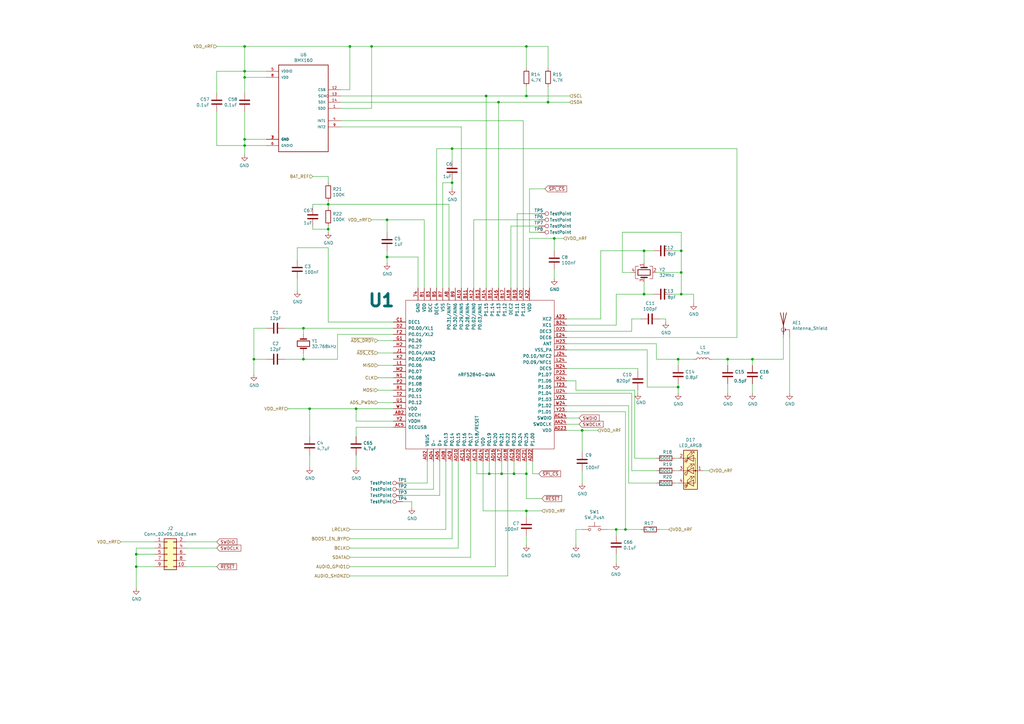
<source format=kicad_sch>
(kicad_sch (version 20250114) (generator "eeschema") (generator_version "9.0")
  (paper "A3")
  (title_block (title "Host") (date "2020-08-10") (company "Kallows") (comment 3 "Anish Pednekar") (comment 4 "Author"))
  (lib_symbols
    (symbol "BMX160_1" (pin_names (offset 1.016))
      (property "Reference" "U" (at -10.16 18.542 0))
      (property "Value" "BMX160" (at -10.16 -20.32 0))
      (symbol "BMX160_1_0_0"
        (pin input line (at -15.24 7.62 0) (length 5.08) (name "CSB") (number "12"))
        (pin input clock (at -15.24 5.08 0) (length 5.08) (name "SCX") (number "13"))
        (pin bidirectional line (at -15.24 2.54 0) (length 5.08) (name "SDX") (number "14"))
        (pin bidirectional line (at -15.24 0 0) (length 5.08) (name "SDO") (number "1"))
        (pin bidirectional line (at -15.24 -5.08 0) (length 5.08) (name "INT1") (number "4"))
        (pin bidirectional line (at -15.24 -7.62 0) (length 5.08) (name "INT2") (number "9"))
        (pin power_in line (at 15.24 15.24 180) (length 5.08) (name "VDDIO") (number "5"))
        (pin power_in line (at 15.24 12.7 180) (length 5.08) (name "VDD") (number "8"))
        (pin power_in line (at 15.24 -12.7 180) (length 5.08) (name "GND") (number "2"))
        (pin power_in line (at 15.24 -12.7 180) (length 5.08) (name "GND") (number "3"))
        (pin power_in line (at 15.24 -12.7 180) (length 5.08) (name "GND") (number "7"))
        (pin power_in line (at 15.24 -15.24 180) (length 5.08) (name "GNDIO") (number "6"))
      )
    )
    (symbol "Connector:TestPoint" (pin_numbers (hide yes)) (pin_names (offset 0.762) (hide yes))
      (property "Reference" "TP" (at 0 6.858 0))
      (property "Value" "Connector_TestPoint" (at 0 5.08 0))
      (symbol "TestPoint_1_1"
        (pin passive line (at 0 0 90) (length 2.54) (name "1") (number "1"))
      )
    )
    (symbol "Connector_Generic:Conn_02x05_Odd_Even" (pin_names (offset 1.016) (hide yes))
      (property "Reference" "J" (at 1.27 7.62 0))
      (property "Value" "Connector_Generic_Conn_02x05_Odd_Even" (at 1.27 -7.62 0))
      (symbol "Conn_02x05_Odd_Even_1_1"
        (pin passive line (at -5.08 5.08 0) (length 3.81) (name "Pin_1") (number "1"))
        (pin passive line (at -5.08 2.54 0) (length 3.81) (name "Pin_3") (number "3"))
        (pin passive line (at -5.08 0 0) (length 3.81) (name "Pin_5") (number "5"))
        (pin passive line (at -5.08 -2.54 0) (length 3.81) (name "Pin_7") (number "7"))
        (pin passive line (at -5.08 -5.08 0) (length 3.81) (name "Pin_9") (number "9"))
        (pin passive line (at 7.62 5.08 180) (length 3.81) (name "Pin_2") (number "2"))
        (pin passive line (at 7.62 2.54 180) (length 3.81) (name "Pin_4") (number "4"))
        (pin passive line (at 7.62 0 180) (length 3.81) (name "Pin_6") (number "6"))
        (pin passive line (at 7.62 -2.54 180) (length 3.81) (name "Pin_8") (number "8"))
        (pin passive line (at 7.62 -5.08 180) (length 3.81) (name "Pin_10") (number "10"))
      )
    )
    (symbol "Device:Antenna_Shield" (pin_numbers (hide yes)) (pin_names (offset 1.016) (hide yes))
      (property "Reference" "AE" (at -1.905 4.445 0))
      (property "Value" "Device_Antenna_Shield" (at -1.905 2.54 0))
      (symbol "Antenna_Shield_1_1"
        (pin input line (at 0 -5.08 90) (length 2.54) (name "A") (number "1"))
        (pin input line (at 2.54 -5.08 90) (length 2.54) (name "Shield") (number "2"))
      )
    )
    (symbol "Device:C" (pin_numbers (hide yes)) (pin_names (offset 0.254))
      (property "Reference" "C" (at 0.635 2.54 0))
      (property "Value" "Device_C" (at 0.635 -2.54 0))
      (symbol "C_1_1"
        (pin passive line (at 0 3.81 270) (length 2.794) (name "~") (number "1"))
        (pin passive line (at 0 -3.81 90) (length 2.794) (name "~") (number "2"))
      )
    )
    (symbol "Device:Crystal" (pin_numbers (hide yes)) (pin_names (offset 1.016) (hide yes))
      (property "Reference" "Y" (at 0 3.81 0))
      (property "Value" "Device_Crystal" (at 0 -3.81 0))
      (symbol "Crystal_1_1"
        (pin passive line (at -3.81 0 0) (length 1.27) (name "1") (number "1"))
        (pin passive line (at 3.81 0 180) (length 1.27) (name "2") (number "2"))
      )
    )
    (symbol "Device:Crystal_GND24" (pin_names (offset 1.016) (hide yes))
      (property "Reference" "Y" (at 3.175 5.08 0))
      (property "Value" "Device_Crystal_GND24" (at 3.175 3.175 0))
      (symbol "Crystal_GND24_1_1"
        (pin passive line (at -3.81 0 0) (length 1.27) (name "1") (number "1"))
        (pin passive line (at 0 5.08 270) (length 1.27) (name "2") (number "2"))
        (pin passive line (at 0 -5.08 90) (length 1.27) (name "4") (number "4"))
        (pin passive line (at 3.81 0 180) (length 1.27) (name "3") (number "3"))
      )
    )
    (symbol "Device:L" (pin_numbers (hide yes)) (pin_names (offset 1.016) (hide yes))
      (property "Reference" "L" (at -1.27 0 90))
      (property "Value" "Device_L" (at 1.905 0 90))
      (symbol "L_1_1"
        (pin passive line (at 0 3.81 270) (length 1.27) (name "1") (number "1"))
        (pin passive line (at 0 -3.81 90) (length 1.27) (name "2") (number "2"))
      )
    )
    (symbol "Device:LED_ARGB" (pin_names (offset 0) (hide yes))
      (property "Reference" "D" (at 0 9.398 0))
      (property "Value" "Device_LED_ARGB" (at 0 -8.89 0))
      (symbol "LED_ARGB_0_0"
        (text "R" (at -1.905 3.81 0) (effects (font (size 1.27 1.27))))
        (text "G" (at -1.905 -1.27 0) (effects (font (size 1.27 1.27))))
        (text "B" (at -1.905 -6.35 0) (effects (font (size 1.27 1.27))))
      )
      (symbol "LED_ARGB_1_1"
        (pin passive line (at -5.08 5.08 0) (length 2.54) (name "RK") (number "2"))
        (pin passive line (at -5.08 0 0) (length 2.54) (name "GK") (number "3"))
        (pin passive line (at -5.08 -5.08 0) (length 2.54) (name "BK") (number "4"))
        (pin passive line (at 5.08 0 180) (length 2.54) (name "A") (number "1"))
      )
    )
    (symbol "Device:R" (pin_numbers (hide yes)) (pin_names (offset 0))
      (property "Reference" "R" (at 2.032 0 90))
      (property "Value" "Device_R" (at 0 0 90))
      (symbol "R_1_1"
        (pin passive line (at 0 3.81 270) (length 1.27) (name "~") (number "1"))
        (pin passive line (at 0 -3.81 90) (length 1.27) (name "~") (number "2"))
      )
    )
    (symbol "Switch:SW_Push" (pin_numbers (hide yes)) (pin_names (offset 1.016) (hide yes))
      (property "Reference" "SW" (at 1.27 2.54 0))
      (property "Value" "Switch_SW_Push" (at 0 -1.524 0))
      (symbol "SW_Push_0_1"
        (pin passive line (at -5.08 0 0) (length 2.54) (name "1") (number "1"))
        (pin passive line (at 5.08 0 180) (length 2.54) (name "2") (number "2"))
      )
    )
    (symbol "mobmon_fold:BMX160" (pin_names (offset 1.016))
      (property "Reference" "U" (at -10.16 18.542 0))
      (property "Value" "BMX160" (at -10.16 -20.32 0))
      (symbol "BMX160_0_0"
        (pin input line (at -15.24 7.62 0) (length 5.08) (name "CSB") (number "12"))
        (pin input clock (at -15.24 5.08 0) (length 5.08) (name "SCX") (number "13"))
        (pin bidirectional line (at -15.24 2.54 0) (length 5.08) (name "SDX") (number "14"))
        (pin bidirectional line (at -15.24 0 0) (length 5.08) (name "SDO") (number "1"))
        (pin bidirectional line (at -15.24 -5.08 0) (length 5.08) (name "INT1") (number "4"))
        (pin bidirectional line (at -15.24 -7.62 0) (length 5.08) (name "INT2") (number "9"))
        (pin power_in line (at 15.24 15.24 180) (length 5.08) (name "VDDIO") (number "5"))
        (pin power_in line (at 15.24 12.7 180) (length 5.08) (name "VDD") (number "8"))
        (pin power_in line (at 15.24 -12.7 180) (length 5.08) (name "GND") (number "2"))
        (pin power_in line (at 15.24 -12.7 180) (length 5.08) (name "GND") (number "3"))
        (pin power_in line (at 15.24 -12.7 180) (length 5.08) (name "GND") (number "7"))
        (pin power_in line (at 15.24 -15.24 180) (length 5.08) (name "GNDIO") (number "6"))
      )
    )
    (symbol "mobmon_fold:nRF52840-QIAA" (pin_names (offset 1.016))
      (property "Reference" "U" (at -36.83 38.1 0))
      (property "Value" "nRF52840-QIAA" (at 0 0 0))
      (symbol "nRF52840-QIAA_1_1"
        (pin input line (at -35.56 21.59 0) (length 5.08) (name "DEC1") (number "C1"))
        (pin input line (at -35.56 19.05 0) (length 5.08) (name "P0.00/XL1") (number "D2"))
        (pin input line (at -35.56 16.51 0) (length 5.08) (name "P0.01/XL2") (number "F2"))
        (pin input line (at -35.56 13.97 0) (length 5.08) (name "P0.26") (number "G1"))
        (pin input line (at -35.56 11.43 0) (length 5.08) (name "P0.27") (number "H2"))
        (pin input line (at -35.56 8.89 0) (length 5.08) (name "P0.04/AIN2") (number "J1"))
        (pin input line (at -35.56 6.35 0) (length 5.08) (name "P0.05/AIN3") (number "K2"))
        (pin input line (at -35.56 3.81 0) (length 5.08) (name "P0.06") (number "L1"))
        (pin input line (at -35.56 1.27 0) (length 5.08) (name "P0.07") (number "M2"))
        (pin input line (at -35.56 -1.27 0) (length 5.08) (name "P0.08") (number "N1"))
        (pin input line (at -35.56 -3.81 0) (length 5.08) (name "P1.08") (number "P2"))
        (pin input line (at -35.56 -6.35 0) (length 5.08) (name "P1.09") (number "R1"))
        (pin input line (at -35.56 -8.89 0) (length 5.08) (name "P0.11") (number "T2"))
        (pin input line (at -35.56 -11.43 0) (length 5.08) (name "P0.12") (number "U1"))
        (pin input line (at -35.56 -13.97 0) (length 5.08) (name "VDD") (number "W1"))
        (pin input line (at -35.56 -16.51 0) (length 5.08) (name "DCCH") (number "AB2"))
        (pin input line (at -35.56 -19.05 0) (length 5.08) (name "VDDH") (number "Y2"))
        (pin input line (at -35.56 -21.59 0) (length 5.08) (name "DECUSB") (number "AC5"))
        (pin input line (at -25.4 35.56 270) (length 5.08) (name "GND") (number "74"))
        (pin input line (at -22.86 35.56 270) (length 5.08) (name "VDD") (number "B1"))
        (pin input line (at -21.59 -35.56 90) (length 5.08) (name "VBUS") (number "AD2"))
        (pin input line (at -20.32 35.56 270) (length 5.08) (name "DCC") (number "B3"))
        (pin input line (at -19.05 -35.56 90) (length 5.08) (name "D-") (number "AD4"))
        (pin input line (at -17.78 35.56 270) (length 5.08) (name "DEC4") (number "B5"))
        (pin input line (at -16.51 -35.56 90) (length 5.08) (name "D+") (number "AD6"))
        (pin input line (at -15.24 35.56 270) (length 5.08) (name "VSS") (number "B7"))
        (pin input line (at -13.97 -35.56 90) (length 5.08) (name "P0.13") (number "AD8"))
        (pin input line (at -12.7 35.56 270) (length 5.08) (name "P0.31/AIN7") (number "A8"))
        (pin input line (at -11.43 -35.56 90) (length 5.08) (name "P0.14") (number "AC9"))
        (pin input line (at -10.16 35.56 270) (length 5.08) (name "P0.30/AIN6") (number "B9"))
        (pin input line (at -8.89 -35.56 90) (length 5.08) (name "P0.15") (number "AD10"))
        (pin input line (at -7.62 35.56 270) (length 5.08) (name "P0.29/AIN5") (number "A10"))
        (pin input line (at -6.35 -35.56 90) (length 5.08) (name "P0.16") (number "AC11"))
        (pin input line (at -5.08 35.56 270) (length 5.08) (name "P0.28/AIN4") (number "B11"))
        (pin input line (at -3.81 -35.56 90) (length 5.08) (name "P0.17") (number "AD12"))
        (pin input line (at -2.54 35.56 270) (length 5.08) (name "P0.02/AIN0") (number "A12"))
        (pin input line (at -1.27 -35.56 90) (length 5.08) (name "P0.18/RESET") (number "AC13"))
        (pin input line (at 0 35.56 270) (length 5.08) (name "P0.03/AIN1") (number "B13"))
        (pin input line (at 1.27 -35.56 90) (length 5.08) (name "VDD") (number "AD14"))
        (pin input line (at 2.54 35.56 270) (length 5.08) (name "P1.15") (number "A14"))
        (pin input line (at 3.81 -35.56 90) (length 5.08) (name "P0.19") (number "AC15"))
        (pin input line (at 5.08 35.56 270) (length 5.08) (name "P1.14") (number "B15"))
        (pin input line (at 6.35 -35.56 90) (length 5.08) (name "P0.20") (number "AD16"))
        (pin input line (at 7.62 35.56 270) (length 5.08) (name "P1.13") (number "A16"))
        (pin input line (at 8.89 -35.56 90) (length 5.08) (name "P0.21") (number "AC17"))
        (pin input line (at 10.16 35.56 270) (length 5.08) (name "P1.12") (number "B17"))
        (pin input line (at 11.43 -35.56 90) (length 5.08) (name "P0.22") (number "AD18"))
        (pin input line (at 12.7 35.56 270) (length 5.08) (name "DEC2") (number "A18"))
        (pin input line (at 13.97 -35.56 90) (length 5.08) (name "P0.23") (number "AC19"))
        (pin input line (at 15.24 35.56 270) (length 5.08) (name "P1.11") (number "B19"))
        (pin input line (at 16.51 -35.56 90) (length 5.08) (name "P0.24") (number "AD20"))
        (pin input line (at 17.78 35.56 270) (length 5.08) (name "P1.10") (number "A20"))
        (pin input line (at 19.05 -35.56 90) (length 5.08) (name "P0.25") (number "AC21"))
        (pin input line (at 20.32 35.56 270) (length 5.08) (name "VDD") (number "A22"))
        (pin input line (at 21.59 -35.56 90) (length 5.08) (name "P1.00") (number "AD22"))
        (pin input line (at 35.56 22.86 180) (length 5.08) (name "XC2") (number "A23"))
        (pin input line (at 35.56 20.32 180) (length 5.08) (name "XC1") (number "B24"))
        (pin input line (at 35.56 17.78 180) (length 5.08) (name "DEC3") (number "D23"))
        (pin input line (at 35.56 15.24 180) (length 5.08) (name "DEC6") (number "E24"))
        (pin input line (at 35.56 12.7 180) (length 5.08) (name "ANT") (number "H23"))
        (pin input line (at 35.56 10.16 180) (length 5.08) (name "VSS_PA") (number "F23"))
        (pin input line (at 35.56 7.62 180) (length 5.08) (name "P0.10/NFC2") (number "J24"))
        (pin input line (at 35.56 5.08 180) (length 5.08) (name "P0.09/NFC1") (number "L24"))
        (pin input line (at 35.56 2.54 180) (length 5.08) (name "DEC5") (number "N24"))
        (pin input line (at 35.56 0 180) (length 5.08) (name "P1.07") (number "P23"))
        (pin input line (at 35.56 -2.54 180) (length 5.08) (name "P1.06") (number "R24"))
        (pin input line (at 35.56 -5.08 180) (length 5.08) (name "P1.05") (number "T23"))
        (pin input line (at 35.56 -7.62 180) (length 5.08) (name "P1.04") (number "U24"))
        (pin input line (at 35.56 -10.16 180) (length 5.08) (name "P1.03") (number "V23"))
        (pin input line (at 35.56 -12.7 180) (length 5.08) (name "P1.02") (number "W24"))
        (pin input line (at 35.56 -15.24 180) (length 5.08) (name "P1.01") (number "Y23"))
        (pin input line (at 35.56 -17.78 180) (length 5.08) (name "SWDIO") (number "AC24"))
        (pin input line (at 35.56 -20.32 180) (length 5.08) (name "SWDCLK") (number "AA24"))
        (pin input line (at 35.56 -22.86 180) (length 5.08) (name "VDD") (number "AD23"))
      )
    )
    (symbol "power:GND" (power) (pin_names (offset 0))
      (property "Value" "power_GND" (at 0 -3.81 0))
      (symbol "GND_1_1"
        (pin power_in line (at 0 0 270) (length 0) (hide yes) (name "GND") (number "1"))
      )
    )
  )
  (junction (at 158.75 105.41))
  (junction (at 264.16 120.65))
  (junction (at 124.46 134.62))
  (junction (at 205.74 194.31))
  (junction (at 143.51 19.05))
  (junction (at 264.16 102.87))
  (junction (at 252.73 217.17))
  (junction (at 278.13 158.75))
  (junction (at 279.4 111.76))
  (junction (at 215.9 194.31))
  (junction (at 227.33 97.79))
  (junction (at 238.76 176.53))
  (junction (at 279.4 102.87))
  (junction (at 185.42 60.96))
  (junction (at 100.33 57.15))
  (junction (at 127 167.64))
  (junction (at 134.62 93.98))
  (junction (at 298.45 147.32))
  (junction (at 146.05 167.64))
  (junction (at 199.39 39.37))
  (junction (at 215.9 209.55))
  (junction (at 256.54 217.17))
  (junction (at 152.4 19.05))
  (junction (at 100.33 59.69))
  (junction (at 55.88 227.33))
  (junction (at 100.33 29.21))
  (junction (at 100.33 31.75))
  (junction (at 204.47 41.91))
  (junction (at 124.46 147.32))
  (junction (at 100.33 19.05))
  (junction (at 210.82 194.31))
  (junction (at 279.4 120.65))
  (junction (at 308.61 147.32))
  (junction (at 200.66 194.31))
  (junction (at 215.9 19.05))
  (junction (at 278.13 147.32))
  (junction (at 185.42 74.93))
  (junction (at 158.75 90.17))
  (junction (at 55.88 232.41))
  (junction (at 104.14 147.32))
  (junction (at 134.62 83.82))
  (junction (at 224.79 41.91))
  (junction (at 215.9 39.37))
  (wire (pts (xy 264.16 107.95) (xy 264.16 102.87)))
  (wire (pts (xy 161.29 172.72) (xy 146.05 172.72)))
  (wire (pts (xy 173.99 118.11) (xy 173.99 90.17)))
  (wire (pts (xy 261.62 152.4) (xy 261.62 151.13)))
  (wire (pts (xy 100.33 29.21) (xy 88.9 29.21)))
  (wire (pts (xy 209.55 118.11) (xy 209.55 92.71)))
  (wire (pts (xy 298.45 147.32) (xy 308.61 147.32)))
  (wire (pts (xy 104.14 147.32) (xy 104.14 134.62)))
  (wire (pts (xy 292.1 147.32) (xy 298.45 147.32)))
  (wire (pts (xy 168.91 208.28) (xy 168.91 205.74)))
  (wire (pts (xy 100.33 31.75) (xy 100.33 38.1)))
  (wire (pts (xy 161.29 167.64) (xy 146.05 167.64)))
  (wire (pts (xy 152.4 19.05) (xy 215.9 19.05)))
  (wire (pts (xy 193.04 189.23) (xy 193.04 228.6)))
  (wire (pts (xy 100.33 57.15) (xy 100.33 45.72)))
  (wire (pts (xy 127 167.64) (xy 118.11 167.64)))
  (wire (pts (xy 233.68 39.37) (xy 215.9 39.37)))
  (wire (pts (xy 138.43 147.32) (xy 124.46 147.32)))
  (wire (pts (xy 143.51 19.05) (xy 152.4 19.05)))
  (wire (pts (xy 134.62 72.39) (xy 134.62 74.93)))
  (wire (pts (xy 198.12 189.23) (xy 198.12 209.55)))
  (wire (pts (xy 220.98 95.25) (xy 217.17 95.25)))
  (wire (pts (xy 260.35 160.02) (xy 260.35 187.96)))
  (wire (pts (xy 232.41 151.13) (xy 261.62 151.13)))
  (wire (pts (xy 184.15 83.82) (xy 134.62 83.82)))
  (wire (pts (xy 232.41 138.43) (xy 302.26 138.43)))
  (wire (pts (xy 138.43 137.16) (xy 138.43 147.32)))
  (wire (pts (xy 194.31 90.17) (xy 220.98 90.17)))
  (wire (pts (xy 278.13 193.04) (xy 276.86 193.04)))
  (wire (pts (xy 269.24 140.97) (xy 269.24 147.32)))
  (wire (pts (xy 232.41 143.51) (xy 265.43 143.51)))
  (wire (pts (xy 88.9 59.69) (xy 88.9 45.72)))
  (wire (pts (xy 215.9 209.55) (xy 222.25 209.55)))
  (wire (pts (xy 232.41 140.97) (xy 269.24 140.97)))
  (wire (pts (xy 158.75 90.17) (xy 152.4 90.17)))
  (wire (pts (xy 124.46 137.16) (xy 124.46 134.62)))
  (wire (pts (xy 252.73 133.35) (xy 252.73 120.65)))
  (wire (pts (xy 276.86 187.96) (xy 278.13 187.96)))
  (wire (pts (xy 205.74 189.23) (xy 205.74 194.31)))
  (wire (pts (xy 227.33 97.79) (xy 231.14 97.79)))
  (wire (pts (xy 189.23 52.07) (xy 189.23 118.11)))
  (wire (pts (xy 278.13 149.86) (xy 278.13 147.32)))
  (wire (pts (xy 237.49 171.45) (xy 232.41 171.45)))
  (wire (pts (xy 270.51 130.81) (xy 273.05 130.81)))
  (wire (pts (xy 139.7 39.37) (xy 199.39 39.37)))
  (wire (pts (xy 179.07 60.96) (xy 185.42 60.96)))
  (wire (pts (xy 181.61 74.93) (xy 185.42 74.93)))
  (wire (pts (xy 177.8 200.66) (xy 177.8 189.23)))
  (wire (pts (xy 220.98 87.63) (xy 212.09 87.63)))
  (wire (pts (xy 134.62 132.08) (xy 134.62 101.6)))
  (wire (pts (xy 109.22 147.32) (xy 104.14 147.32)))
  (wire (pts (xy 257.81 198.12) (xy 269.24 198.12)))
  (wire (pts (xy 224.79 41.91) (xy 233.68 41.91)))
  (wire (pts (xy 210.82 194.31) (xy 205.74 194.31)))
  (wire (pts (xy 200.66 189.23) (xy 200.66 194.31)))
  (wire (pts (xy 256.54 217.17) (xy 252.73 217.17)))
  (wire (pts (xy 128.27 85.09) (xy 128.27 83.82)))
  (wire (pts (xy 279.4 120.65) (xy 275.59 120.65)))
  (wire (pts (xy 134.62 93.98) (xy 134.62 95.25)))
  (wire (pts (xy 127 167.64) (xy 127 179.07)))
  (wire (pts (xy 154.94 149.86) (xy 161.29 149.86)))
  (wire (pts (xy 127 186.69) (xy 127 191.77)))
  (wire (pts (xy 124.46 134.62) (xy 116.84 134.62)))
  (wire (pts (xy 218.44 194.31) (xy 220.98 194.31)))
  (wire (pts (xy 199.39 39.37) (xy 199.39 118.11)))
  (wire (pts (xy 215.9 223.52) (xy 215.9 219.71)))
  (wire (pts (xy 195.58 194.31) (xy 195.58 189.23)))
  (wire (pts (xy 55.88 232.41) (xy 55.88 241.3)))
  (wire (pts (xy 55.88 224.79) (xy 55.88 227.33)))
  (wire (pts (xy 143.51 232.41) (xy 203.2 232.41)))
  (wire (pts (xy 214.63 49.53) (xy 214.63 118.11)))
  (wire (pts (xy 308.61 147.32) (xy 308.61 149.86)))
  (wire (pts (xy 49.53 222.25) (xy 63.5 222.25)))
  (wire (pts (xy 270.51 217.17) (xy 274.32 217.17)))
  (wire (pts (xy 232.41 133.35) (xy 252.73 133.35)))
  (wire (pts (xy 88.9 224.79) (xy 76.2 224.79)))
  (wire (pts (xy 128.27 93.98) (xy 128.27 92.71)))
  (wire (pts (xy 187.96 224.79) (xy 187.96 189.23)))
  (wire (pts (xy 185.42 73.66) (xy 185.42 74.93)))
  (wire (pts (xy 158.75 105.41) (xy 158.75 102.87)))
  (wire (pts (xy 252.73 217.17) (xy 248.92 217.17)))
  (wire (pts (xy 208.28 189.23) (xy 208.28 236.22)))
  (wire (pts (xy 158.75 107.95) (xy 158.75 105.41)))
  (wire (pts (xy 279.4 95.25) (xy 279.4 102.87)))
  (wire (pts (xy 198.12 209.55) (xy 215.9 209.55)))
  (wire (pts (xy 185.42 220.98) (xy 185.42 189.23)))
  (wire (pts (xy 134.62 93.98) (xy 128.27 93.98)))
  (wire (pts (xy 63.5 232.41) (xy 55.88 232.41)))
  (wire (pts (xy 204.47 41.91) (xy 224.79 41.91)))
  (wire (pts (xy 134.62 82.55) (xy 134.62 83.82)))
  (wire (pts (xy 218.44 189.23) (xy 218.44 194.31)))
  (wire (pts (xy 269.24 111.76) (xy 279.4 111.76)))
  (wire (pts (xy 279.4 102.87) (xy 279.4 111.76)))
  (wire (pts (xy 179.07 60.96) (xy 179.07 118.11)))
  (wire (pts (xy 224.79 35.56) (xy 224.79 41.91)))
  (wire (pts (xy 284.48 124.46) (xy 284.48 120.65)))
  (wire (pts (xy 210.82 189.23) (xy 210.82 194.31)))
  (wire (pts (xy 245.11 176.53) (xy 238.76 176.53)))
  (wire (pts (xy 255.27 111.76) (xy 255.27 95.25)))
  (wire (pts (xy 100.33 59.69) (xy 88.9 59.69)))
  (wire (pts (xy 173.99 90.17) (xy 158.75 90.17)))
  (wire (pts (xy 124.46 147.32) (xy 124.46 144.78)))
  (wire (pts (xy 217.17 97.79) (xy 217.17 118.11)))
  (wire (pts (xy 171.45 105.41) (xy 158.75 105.41)))
  (wire (pts (xy 146.05 191.77) (xy 146.05 186.69)))
  (wire (pts (xy 185.42 60.96) (xy 302.26 60.96)))
  (wire (pts (xy 116.84 147.32) (xy 124.46 147.32)))
  (wire (pts (xy 236.22 217.17) (xy 238.76 217.17)))
  (wire (pts (xy 278.13 158.75) (xy 278.13 157.48)))
  (wire (pts (xy 134.62 101.6) (xy 121.92 101.6)))
  (wire (pts (xy 302.26 138.43) (xy 302.26 60.96)))
  (wire (pts (xy 278.13 147.32) (xy 284.48 147.32)))
  (wire (pts (xy 203.2 189.23) (xy 203.2 232.41)))
  (wire (pts (xy 252.73 219.71) (xy 252.73 217.17)))
  (wire (pts (xy 109.22 57.15) (xy 100.33 57.15)))
  (wire (pts (xy 238.76 176.53) (xy 238.76 185.42)))
  (wire (pts (xy 236.22 160.02) (xy 260.35 160.02)))
  (wire (pts (xy 215.9 19.05) (xy 224.79 19.05)))
  (wire (pts (xy 288.29 193.04) (xy 290.83 193.04)))
  (wire (pts (xy 146.05 179.07) (xy 146.05 175.26)))
  (wire (pts (xy 259.08 111.76) (xy 255.27 111.76)))
  (wire (pts (xy 246.38 130.81) (xy 246.38 102.87)))
  (wire (pts (xy 215.9 189.23) (xy 215.9 194.31)))
  (wire (pts (xy 100.33 31.75) (xy 100.33 29.21)))
  (wire (pts (xy 63.5 227.33) (xy 55.88 227.33)))
  (wire (pts (xy 257.81 166.37) (xy 232.41 166.37)))
  (wire (pts (xy 143.51 217.17) (xy 182.88 217.17)))
  (wire (pts (xy 232.41 161.29) (xy 259.08 161.29)))
  (wire (pts (xy 146.05 175.26) (xy 161.29 175.26)))
  (wire (pts (xy 146.05 167.64) (xy 127 167.64)))
  (wire (pts (xy 165.1 198.12) (xy 175.26 198.12)))
  (wire (pts (xy 215.9 212.09) (xy 215.9 209.55)))
  (wire (pts (xy 209.55 92.71) (xy 220.98 92.71)))
  (wire (pts (xy 109.22 59.69) (xy 100.33 59.69)))
  (wire (pts (xy 273.05 130.81) (xy 273.05 132.08)))
  (wire (pts (xy 232.41 168.91) (xy 256.54 168.91)))
  (wire (pts (xy 139.7 36.83) (xy 143.51 36.83)))
  (wire (pts (xy 143.51 220.98) (xy 185.42 220.98)))
  (wire (pts (xy 252.73 120.65) (xy 264.16 120.65)))
  (wire (pts (xy 88.9 19.05) (xy 100.33 19.05)))
  (wire (pts (xy 161.29 165.1) (xy 154.94 165.1)))
  (wire (pts (xy 171.45 118.11) (xy 171.45 105.41)))
  (wire (pts (xy 261.62 161.29) (xy 261.62 160.02)))
  (wire (pts (xy 88.9 29.21) (xy 88.9 38.1)))
  (wire (pts (xy 323.85 161.29) (xy 323.85 138.43)))
  (wire (pts (xy 63.5 224.79) (xy 55.88 224.79)))
  (wire (pts (xy 269.24 147.32) (xy 278.13 147.32)))
  (wire (pts (xy 100.33 57.15) (xy 100.33 59.69)))
  (wire (pts (xy 267.97 120.65) (xy 264.16 120.65)))
  (wire (pts (xy 276.86 198.12) (xy 278.13 198.12)))
  (wire (pts (xy 255.27 95.25) (xy 279.4 95.25)))
  (wire (pts (xy 180.34 203.2) (xy 180.34 189.23)))
  (wire (pts (xy 109.22 31.75) (xy 100.33 31.75)))
  (wire (pts (xy 154.94 139.7) (xy 161.29 139.7)))
  (wire (pts (xy 264.16 120.65) (xy 264.16 115.57)))
  (wire (pts (xy 143.51 236.22) (xy 208.28 236.22)))
  (wire (pts (xy 215.9 194.31) (xy 210.82 194.31)))
  (wire (pts (xy 259.08 161.29) (xy 259.08 193.04)))
  (wire (pts (xy 275.59 102.87) (xy 279.4 102.87)))
  (wire (pts (xy 194.31 118.11) (xy 194.31 90.17)))
  (wire (pts (xy 227.33 97.79) (xy 217.17 97.79)))
  (wire (pts (xy 215.9 204.47) (xy 215.9 194.31)))
  (wire (pts (xy 237.49 173.99) (xy 232.41 173.99)))
  (wire (pts (xy 100.33 19.05) (xy 100.33 29.21)))
  (wire (pts (xy 284.48 120.65) (xy 279.4 120.65)))
  (wire (pts (xy 308.61 147.32) (xy 321.31 147.32)))
  (wire (pts (xy 193.04 228.6) (xy 143.51 228.6)))
  (wire (pts (xy 236.22 156.21) (xy 236.22 160.02)))
  (wire (pts (xy 200.66 194.31) (xy 195.58 194.31)))
  (wire (pts (xy 104.14 134.62) (xy 109.22 134.62)))
  (wire (pts (xy 139.7 41.91) (xy 204.47 41.91)))
  (wire (pts (xy 217.17 95.25) (xy 217.17 77.47)))
  (wire (pts (xy 308.61 161.29) (xy 308.61 157.48)))
  (wire (pts (xy 298.45 147.32) (xy 298.45 149.86)))
  (wire (pts (xy 185.42 60.96) (xy 185.42 66.04)))
  (wire (pts (xy 259.08 130.81) (xy 262.89 130.81)))
  (wire (pts (xy 182.88 189.23) (xy 182.88 217.17)))
  (wire (pts (xy 55.88 227.33) (xy 55.88 232.41)))
  (wire (pts (xy 259.08 193.04) (xy 269.24 193.04)))
  (wire (pts (xy 161.29 134.62) (xy 124.46 134.62)))
  (wire (pts (xy 224.79 19.05) (xy 224.79 27.94)))
  (wire (pts (xy 298.45 161.29) (xy 298.45 157.48)))
  (wire (pts (xy 154.94 154.94) (xy 161.29 154.94)))
  (wire (pts (xy 217.17 77.47) (xy 223.52 77.47)))
  (wire (pts (xy 76.2 222.25) (xy 88.9 222.25)))
  (wire (pts (xy 265.43 143.51) (xy 265.43 158.75)))
  (wire (pts (xy 158.75 90.17) (xy 158.75 95.25)))
  (wire (pts (xy 232.41 156.21) (xy 236.22 156.21)))
  (wire (pts (xy 204.47 41.91) (xy 204.47 118.11)))
  (wire (pts (xy 257.81 166.37) (xy 257.81 198.12)))
  (wire (pts (xy 88.9 232.41) (xy 76.2 232.41)))
  (wire (pts (xy 128.27 72.39) (xy 134.62 72.39)))
  (wire (pts (xy 215.9 35.56) (xy 215.9 39.37)))
  (wire (pts (xy 321.31 147.32) (xy 321.31 138.43)))
  (wire (pts (xy 212.09 118.11) (xy 212.09 87.63)))
  (wire (pts (xy 134.62 83.82) (xy 134.62 85.09)))
  (wire (pts (xy 262.89 217.17) (xy 256.54 217.17)))
  (wire (pts (xy 215.9 19.05) (xy 215.9 27.94)))
  (wire (pts (xy 161.29 137.16) (xy 138.43 137.16)))
  (wire (pts (xy 121.92 114.3) (xy 121.92 119.38)))
  (wire (pts (xy 181.61 118.11) (xy 181.61 74.93)))
  (wire (pts (xy 154.94 144.78) (xy 161.29 144.78)))
  (wire (pts (xy 100.33 59.69) (xy 100.33 63.5)))
  (wire (pts (xy 256.54 168.91) (xy 256.54 217.17)))
  (wire (pts (xy 175.26 189.23) (xy 175.26 198.12)))
  (wire (pts (xy 252.73 231.14) (xy 252.73 227.33)))
  (wire (pts (xy 265.43 158.75) (xy 278.13 158.75)))
  (wire (pts (xy 143.51 36.83) (xy 143.51 19.05)))
  (wire (pts (xy 168.91 205.74) (xy 165.1 205.74)))
  (wire (pts (xy 222.25 204.47) (xy 215.9 204.47)))
  (wire (pts (xy 205.74 194.31) (xy 200.66 194.31)))
  (wire (pts (xy 121.92 101.6) (xy 121.92 106.68)))
  (wire (pts (xy 152.4 44.45) (xy 152.4 19.05)))
  (wire (pts (xy 161.29 160.02) (xy 154.94 160.02)))
  (wire (pts (xy 134.62 92.71) (xy 134.62 93.98)))
  (wire (pts (xy 165.1 200.66) (xy 177.8 200.66)))
  (wire (pts (xy 259.08 135.89) (xy 259.08 130.81)))
  (wire (pts (xy 232.41 176.53) (xy 238.76 176.53)))
  (wire (pts (xy 236.22 223.52) (xy 236.22 217.17)))
  (wire (pts (xy 264.16 102.87) (xy 267.97 102.87)))
  (wire (pts (xy 227.33 102.87) (xy 227.33 97.79)))
  (wire (pts (xy 269.24 187.96) (xy 260.35 187.96)))
  (wire (pts (xy 232.41 130.81) (xy 246.38 130.81)))
  (wire (pts (xy 232.41 135.89) (xy 259.08 135.89)))
  (wire (pts (xy 128.27 83.82) (xy 134.62 83.82)))
  (wire (pts (xy 185.42 74.93) (xy 185.42 77.47)))
  (wire (pts (xy 139.7 52.07) (xy 189.23 52.07)))
  (wire (pts (xy 246.38 102.87) (xy 264.16 102.87)))
  (wire (pts (xy 184.15 83.82) (xy 184.15 118.11)))
  (wire (pts (xy 187.96 224.79) (xy 143.51 224.79)))
  (wire (pts (xy 104.14 153.67) (xy 104.14 147.32)))
  (wire (pts (xy 146.05 172.72) (xy 146.05 167.64)))
  (wire (pts (xy 109.22 29.21) (xy 100.33 29.21)))
  (wire (pts (xy 279.4 111.76) (xy 279.4 120.65)))
  (wire (pts (xy 161.29 132.08) (xy 134.62 132.08)))
  (wire (pts (xy 199.39 39.37) (xy 215.9 39.37)))
  (wire (pts (xy 165.1 203.2) (xy 180.34 203.2)))
  (wire (pts (xy 143.51 19.05) (xy 100.33 19.05)))
  (wire (pts (xy 278.13 161.29) (xy 278.13 158.75)))
  (wire (pts (xy 227.33 114.3) (xy 227.33 110.49)))
  (wire (pts (xy 238.76 193.04) (xy 238.76 198.12)))
  (wire (pts (xy 139.7 49.53) (xy 214.63 49.53)))
  (wire (pts (xy 139.7 44.45) (xy 152.4 44.45)))
  (global_label "SWDIO" (shape input) (at 237.49 171.45 0) (property "Intersheetrefs" "${INTERSHEET_REFS}" (effects (hide yes))))
  (global_label "~{SPI_CS}" (shape input) (at 220.98 194.31 0) (property "Intersheetrefs" "${INTERSHEET_REFS}" (effects (hide yes))))
  (global_label "SWDCLK" (shape input) (at 237.49 173.99 0) (property "Intersheetrefs" "${INTERSHEET_REFS}" (effects (hide yes))))
  (global_label "SWDIO" (shape input) (at 88.9 222.25 0) (property "Intersheetrefs" "${INTERSHEET_REFS}" (effects (hide yes))))
  (global_label "~{RESET}" (shape input) (at 88.9 232.41 0) (property "Intersheetrefs" "${INTERSHEET_REFS}" (effects (hide yes))))
  (global_label "~{SPI_CS}" (shape input) (at 223.52 77.47 0) (property "Intersheetrefs" "${INTERSHEET_REFS}" (effects (hide yes))))
  (global_label "~{RESET}" (shape input) (at 222.25 204.47 0) (property "Intersheetrefs" "${INTERSHEET_REFS}" (effects (hide yes))))
  (global_label "SWDCLK" (shape input) (at 88.9 224.79 0) (property "Intersheetrefs" "${INTERSHEET_REFS}" (effects (hide yes))))
  (hierarchical_label "BCLK" (shape input) (at 143.51 224.79 180))
  (hierarchical_label "VDD_nRF" (shape input) (at 152.4 90.17 180))
  (hierarchical_label "LRCLK" (shape input) (at 143.51 217.17 180))
  (hierarchical_label "SDATA" (shape input) (at 143.51 228.6 180))
  (hierarchical_label "AUDIO_SHDNZ" (shape input) (at 143.51 236.22 180))
  (hierarchical_label "ADS_PWDN" (shape input) (at 154.94 165.1 180))
  (hierarchical_label "VDD_nRF" (shape input) (at 274.32 217.17 0))
  (hierarchical_label "VDD_nRF" (shape input) (at 49.53 222.25 180))
  (hierarchical_label "VDD_nRF" (shape input) (at 88.9 19.05 180))
  (hierarchical_label "BOOST_EN_BYP" (shape input) (at 143.51 220.98 180))
  (hierarchical_label "~{ADS_DRDY}" (shape input) (at 154.94 139.7 180))
  (hierarchical_label "VDD_nRF" (shape input) (at 118.11 167.64 180))
  (hierarchical_label "VDD_nRF" (shape input) (at 231.14 97.79 0))
  (hierarchical_label "BAT_REF" (shape input) (at 128.27 72.39 180))
  (hierarchical_label "VDD_nRF" (shape input) (at 245.11 176.53 0))
  (hierarchical_label "SDA" (shape input) (at 233.68 41.91 0))
  (hierarchical_label "AUDIO_GPIO1" (shape input) (at 143.51 232.41 180))
  (hierarchical_label "VDD_nRF" (shape input) (at 290.83 193.04 0))
  (hierarchical_label "MOSI" (shape input) (at 154.94 160.02 180))
  (hierarchical_label "SCL" (shape input) (at 233.68 39.37 0))
  (hierarchical_label "~{ADS_CS}" (shape input) (at 154.94 144.78 180))
  (hierarchical_label "MISO" (shape input) (at 154.94 149.86 180))
  (hierarchical_label "VDD_nRF" (shape input) (at 222.25 209.55 0))
  (hierarchical_label "CLK" (shape input) (at 154.94 154.94 180))
  (symbol (lib_id "mobmon_fold:nRF52840-QIAA") (at 196.85 153.67 0) (unit 1)
    (property "Reference" "U1" (at 162.56 123.19 0) (effects (font (size 5.08 5.08) (bold yes)) (justify right)))
    (property "Value" "nRF52840-QIAA" (at 203.2 153.67 0) (effects (justify right)))
    (property "Footprint" "mobmon fold:XCVR_NRF52840-QIAA-R" (effects (hide yes)))
    (property "MPN" "nRF52840-QIAA-R7" (effects (hide yes)))
    (property "Manufacturer" "Nordic Semiconductor" (effects (hide yes)))
  )
  (symbol (lib_id "Device:Crystal") (at 124.46 140.97 270) (unit 1)
    (property "Reference" "Y1" (at 127.7874 139.8016 90) (effects (justify left)))
    (property "Value" "32.768kHz" (at 127.7874 142.113 90) (effects (justify left)))
    (property "Footprint" "Crystal:Crystal_SMD_MicroCrystal_CC7V-T1A-2Pin_3.2x1.5mm" (effects (hide yes)))
    (property "MPN" "FC-135R 32.7680KA-A5" (effects (hide yes)))
    (property "Manufacturer" "Epson Timing" (effects (hide yes)))
  )
  (symbol (lib_id "Device:C") (at 113.03 134.62 270) (unit 1)
    (property "Reference" "C1" (at 113.03 128.2192 90))
    (property "Value" "12pF" (at 113.03 130.5306 90))
    (property "Footprint" "Capacitor_SMD:C_0402_1005Metric" (effects (hide yes)))
    (property "MPN" "HMK105CG120JV-F" (effects (hide yes)))
    (property "Manufacturer" "Taiyo Yuden" (effects (hide yes)))
  )
  (symbol (lib_id "Device:C") (at 113.03 147.32 270) (unit 1)
    (property "Reference" "C2" (at 113.03 140.9192 90))
    (property "Value" "12pF" (at 113.03 143.2306 90))
    (property "Footprint" "Capacitor_SMD:C_0402_1005Metric" (effects (hide yes)))
    (property "MPN" "HMK105CG120JV-F" (effects (hide yes)))
    (property "Manufacturer" "Taiyo Yuden" (effects (hide yes)))
  )
  (symbol (lib_id "power:GND") (at 104.14 153.67 0) (unit 1)
    (property "Reference" "#PWR01" (effects (hide yes)))
    (property "Value" "GND" (at 104.267 158.0642 0))
  )
  (symbol (lib_id "Device:C") (at 121.92 110.49 180) (unit 1)
    (property "Reference" "C3" (at 124.841 109.3216 0) (effects (justify right)))
    (property "Value" "100nF" (at 124.841 111.633 0) (effects (justify right)))
    (property "Footprint" "Capacitor_SMD:C_0402_1005Metric" (effects (hide yes)))
    (property "MPN" "EMF105B7104MVHF" (effects (hide yes)))
    (property "Manufacturer" "Taiyo Yuden" (effects (hide yes)))
  )
  (symbol (lib_id "Device:C") (at 158.75 99.06 180) (unit 1)
    (property "Reference" "C5" (at 161.671 97.8916 0) (effects (justify right)))
    (property "Value" "1uF" (at 161.671 100.203 0) (effects (justify right)))
    (property "Footprint" "Capacitor_SMD:C_0603_1608Metric" (effects (hide yes)))
    (property "MPN" "TMK107B7105KA-T " (effects (hide yes)))
    (property "Manufacturer" "Taiyo Yuden" (effects (hide yes)))
  )
  (symbol (lib_id "power:GND") (at 121.92 119.38 0) (unit 1)
    (property "Reference" "#PWR02" (effects (hide yes)))
    (property "Value" "GND" (at 122.047 123.7742 0))
  )
  (symbol (lib_id "power:GND") (at 158.75 107.95 0) (unit 1)
    (property "Reference" "#PWR04" (effects (hide yes)))
    (property "Value" "GND" (at 158.877 112.3442 0))
  )
  (symbol (lib_id "Device:C") (at 185.42 69.85 180) (unit 1)
    (property "Reference" "C6" (at 182.88 67.31 0) (effects (justify right)))
    (property "Value" "1uF" (at 181.61 72.39 0) (effects (justify right)))
    (property "Footprint" "Capacitor_SMD:C_0603_1608Metric" (effects (hide yes)))
    (property "MPN" "TMK107B7105KA-T " (effects (hide yes)))
    (property "Manufacturer" "Taiyo Yuden" (effects (hide yes)))
  )
  (symbol (lib_id "power:GND") (at 185.42 77.47 0) (unit 1)
    (property "Reference" "#PWR06" (effects (hide yes)))
    (property "Value" "GND" (at 185.547 81.8642 0))
  )
  (symbol (lib_id "Device:C") (at 227.33 106.68 180) (unit 1)
    (property "Reference" "C8" (at 230.251 105.5116 0) (effects (justify right)))
    (property "Value" "100nF" (at 230.251 107.823 0) (effects (justify right)))
    (property "Footprint" "Capacitor_SMD:C_0402_1005Metric" (effects (hide yes)))
    (property "MPN" "EMF105B7104MVHF" (effects (hide yes)))
    (property "Manufacturer" "Taiyo Yuden" (effects (hide yes)))
  )
  (symbol (lib_id "power:GND") (at 227.33 114.3 0) (unit 1)
    (property "Reference" "#PWR08" (effects (hide yes)))
    (property "Value" "GND" (at 227.457 118.6942 0))
  )
  (symbol (lib_id "Device:C") (at 271.78 102.87 90) (unit 1)
    (property "Reference" "C12" (at 274.32 101.6 90))
    (property "Value" "8pF" (at 275.59 104.14 90))
    (property "Footprint" "Capacitor_SMD:C_0402_1005Metric" (effects (hide yes)))
    (property "MPN" "UMK105CG080CV-F" (effects (hide yes)))
    (property "Manufacturer" "Taiyo Yuden" (effects (hide yes)))
  )
  (symbol (lib_id "Device:C") (at 271.78 120.65 90) (unit 1)
    (property "Reference" "C13" (at 274.32 119.38 90))
    (property "Value" "8pF" (at 275.59 121.92 90))
    (property "Footprint" "Capacitor_SMD:C_0402_1005Metric" (effects (hide yes)))
    (property "MPN" "UMK105CG080CV-F" (effects (hide yes)))
    (property "Manufacturer" "Taiyo Yuden" (effects (hide yes)))
  )
  (symbol (lib_id "power:GND") (at 284.48 124.46 0) (unit 1)
    (property "Reference" "#PWR013" (effects (hide yes)))
    (property "Value" "GND" (at 284.607 128.8542 0))
  )
  (symbol (lib_id "Device:C") (at 266.7 130.81 90) (unit 1)
    (property "Reference" "C11" (at 266.7 124.4092 90))
    (property "Value" "100pF" (at 266.7 126.7206 90))
    (property "Footprint" "Capacitor_SMD:C_0402_1005Metric" (effects (hide yes)))
    (property "MPN" "EMK042CG101JC-W" (effects (hide yes)))
    (property "Manufacturer" "Taiyo Yuden" (effects (hide yes)))
  )
  (symbol (lib_id "Device:C") (at 278.13 153.67 0) (unit 1)
    (property "Reference" "C14" (at 281.051 152.5016 0) (effects (justify left)))
    (property "Value" "0.8pF" (at 281.051 154.813 0) (effects (justify left)))
    (property "Footprint" "Capacitor_SMD:C_0402_1005Metric" (effects (hide yes)))
    (property "MPN" "04023J0R8PBSTR" (effects (hide yes)))
    (property "Manufacturer" "AVX" (effects (hide yes)))
  )
  (symbol (lib_id "Device:C") (at 298.45 153.67 0) (unit 1)
    (property "Reference" "C15" (at 301.371 152.5016 0) (effects (justify left)))
    (property "Value" "0.5pF" (at 300.99 156.21 0) (effects (justify left)))
    (property "Footprint" "Capacitor_SMD:C_0402_1005Metric" (effects (hide yes)))
    (property "MPN" "04023J0R5ZBSTR\\500 " (effects (hide yes)))
    (property "Manufacturer" "AVX" (effects (hide yes)))
  )
  (symbol (lib_id "Device:L") (at 288.29 147.32 90) (unit 1)
    (property "Reference" "L1" (at 288.29 142.494 90))
    (property "Value" "4.7nH" (at 288.29 144.8054 90))
    (property "Footprint" "Inductor_SMD:L_0402_1005Metric" (effects (hide yes)))
    (property "MPN" "0402DC-4N7XJRW" (effects (hide yes)))
    (property "Manufacturer" "Coilcraft" (effects (hide yes)))
  )
  (symbol (lib_id "Device:C") (at 308.61 153.67 0) (unit 1)
    (property "Reference" "C16" (at 311.531 152.5016 0) (effects (justify left)))
    (property "Value" "C" (at 311.531 154.813 0) (effects (justify left)))
    (property "Footprint" "Capacitor_SMD:C_0402_1005Metric" (effects (hide yes)))
  )
  (symbol (lib_id "Device:C") (at 261.62 156.21 0) (unit 1)
    (property "Reference" "C10" (at 255.27 153.67 0) (effects (justify left)))
    (property "Value" "820pF" (at 252.73 156.21 0) (effects (justify left)))
    (property "Footprint" "Capacitor_SMD:C_0402_1005Metric" (effects (hide yes)))
    (property "MPN" "UMK105CH821JVHF" (effects (hide yes)))
    (property "Manufacturer" "Taiyo Yuden" (effects (hide yes)))
  )
  (symbol (lib_id "power:GND") (at 261.62 161.29 0) (unit 1)
    (property "Reference" "#PWR010" (effects (hide yes)))
    (property "Value" "GND" (at 262.89 165.1 0))
  )
  (symbol (lib_id "power:GND") (at 278.13 161.29 0) (unit 1)
    (property "Reference" "#PWR012" (effects (hide yes)))
    (property "Value" "GND" (at 278.257 165.6842 0))
  )
  (symbol (lib_id "power:GND") (at 298.45 161.29 0) (unit 1)
    (property "Reference" "#PWR014" (effects (hide yes)))
    (property "Value" "GND" (at 298.577 165.6842 0))
  )
  (symbol (lib_id "power:GND") (at 308.61 161.29 0) (unit 1)
    (property "Reference" "#PWR015" (effects (hide yes)))
    (property "Value" "GND" (at 308.737 165.6842 0))
  )
  (symbol (lib_id "Device:C") (at 238.76 189.23 0) (unit 1)
    (property "Reference" "C9" (at 240.03 186.69 0) (effects (justify left)))
    (property "Value" "100nF" (at 240.03 191.77 0) (effects (justify left)))
    (property "Footprint" "Capacitor_SMD:C_0402_1005Metric" (effects (hide yes)))
    (property "MPN" "EMF105B7104MVHF" (effects (hide yes)))
    (property "Manufacturer" "Taiyo Yuden" (effects (hide yes)))
  )
  (symbol (lib_id "power:GND") (at 238.76 198.12 0) (unit 1)
    (property "Reference" "#PWR09" (effects (hide yes)))
    (property "Value" "GND" (at 238.887 202.5142 0))
  )
  (symbol (lib_id "Device:C") (at 215.9 215.9 0) (mirror y) (unit 1)
    (property "Reference" "C7" (at 212.979 214.7316 0) (effects (justify left)))
    (property "Value" "100nF" (at 212.979 217.043 0) (effects (justify left)))
    (property "Footprint" "Capacitor_SMD:C_0402_1005Metric" (effects (hide yes)))
    (property "MPN" "EMF105B7104MVHF" (effects (hide yes)))
    (property "Manufacturer" "Taiyo Yuden" (effects (hide yes)))
  )
  (symbol (lib_id "power:GND") (at 215.9 223.52 0) (mirror y) (unit 1)
    (property "Reference" "#PWR07" (effects (hide yes)))
    (property "Value" "GND" (at 215.773 227.9142 0))
  )
  (symbol (lib_id "power:GND") (at 168.91 208.28 0) (unit 1)
    (property "Reference" "#PWR05" (effects (hide yes)))
    (property "Value" "GND" (at 169.037 212.6742 0))
  )
  (symbol (lib_id "Device:C") (at 127 182.88 0) (unit 1)
    (property "Reference" "C4" (at 129.921 181.7116 0) (effects (justify left)))
    (property "Value" "4.7uF" (at 129.921 184.023 0) (effects (justify left)))
    (property "Footprint" "Capacitor_SMD:C_0603_1608Metric" (effects (hide yes)))
    (property "MPN" "CL10B475KQ8NQNC" (effects (hide yes)))
    (property "Manufacturer" "Samsung Electro-Mechanics" (effects (hide yes)))
  )
  (symbol (lib_id "power:GND") (at 127 191.77 0) (unit 1)
    (property "Reference" "#PWR03" (effects (hide yes)))
    (property "Value" "GND" (at 127.127 196.1642 0))
  )
  (symbol (lib_id "power:GND") (at 273.05 132.08 0) (unit 1)
    (property "Reference" "#PWR011" (effects (hide yes)))
    (property "Value" "GND" (at 273.177 136.4742 0))
  )
  (symbol (lib_id "Connector_Generic:Conn_02x05_Odd_Even") (at 68.58 227.33 0) (unit 1)
    (property "Reference" "J2" (at 69.85 216.7382 0))
    (property "Value" "Conn_02x05_Odd_Even" (at 69.85 219.0496 0))
    (property "Footprint" "mobmon fold:Tag-Connect_TC2050-IDC-NL_2x05_P1.27mm_Vertical" (effects (hide yes)))
  )
  (symbol (lib_id "power:GND") (at 55.88 241.3 0) (unit 1)
    (property "Reference" "#PWR024" (effects (hide yes)))
    (property "Value" "GND" (at 56.007 245.6942 0))
  )
  (symbol (lib_id "Device:Crystal_GND24") (at 264.16 111.76 270) (unit 1)
    (property "Reference" "Y2" (at 270.3576 110.5916 90) (effects (justify left)))
    (property "Value" "32Mhz" (at 270.3576 112.903 90) (effects (justify left)))
    (property "Footprint" "Crystal:Crystal_SMD_2016-4Pin_2.0x1.6mm" (effects (hide yes)))
    (property "MPN" "FA-128 32.0000MF10Z-AJ3" (effects (hide yes)))
    (property "Manufacturer" "Epson Timing" (effects (hide yes)))
  )
  (symbol (lib_name "BMX160_1") (lib_id "mobmon_fold:BMX160") (at 124.46 44.45 0) (mirror y) (unit 1)
    (property "Reference" "U6" (at 124.46 22.4282 0))
    (property "Value" "BMX160" (at 124.46 24.7396 0))
    (property "Footprint" "mobmon fold:PQFN50P250X300X100-14N_BMX160" (effects (hide yes)))
    (property "Datasheet" "https://ae-bst.resource.bosch.com/media/_tech/media/datasheets/BST-BMX160-DS000.pdf" (effects (hide yes)))
    (property "MPN" "BMX160 " (effects (hide yes)))
    (property "Manufacturer" "Bosch Sensortec" (effects (hide yes)))
  )
  (symbol (lib_id "Device:C") (at 88.9 41.91 0) (mirror y) (unit 1)
    (property "Reference" "C57" (at 85.979 40.7416 0) (effects (justify left)))
    (property "Value" "0.1uF" (at 85.979 43.053 0) (effects (justify left)))
    (property "Footprint" "Capacitor_SMD:C_0603_1608Metric" (effects (hide yes)))
    (property "MPN" "EMF107B7104KAHT" (effects (hide yes)))
    (property "Manufacturer" "Taiyo Yuden" (effects (hide yes)))
  )
  (symbol (lib_id "power:GND") (at 100.33 63.5 0) (mirror y) (unit 1)
    (property "Reference" "#PWR0109" (effects (hide yes)))
    (property "Value" "GND" (at 100.203 67.8942 0))
  )
  (symbol (lib_id "Device:C") (at 100.33 41.91 0) (mirror y) (unit 1)
    (property "Reference" "C58" (at 97.409 40.7416 0) (effects (justify left)))
    (property "Value" "0.1uF" (at 97.409 43.053 0) (effects (justify left)))
    (property "Footprint" "Capacitor_SMD:C_0603_1608Metric" (effects (hide yes)))
    (property "MPN" "EMF107B7104KAHT" (effects (hide yes)))
    (property "Manufacturer" "Taiyo Yuden" (effects (hide yes)))
  )
  (symbol (lib_id "Device:R") (at 215.9 31.75 0) (unit 1)
    (property "Reference" "R14" (at 217.678 30.5816 0) (effects (justify left)))
    (property "Value" "4.7K" (at 217.678 32.893 0) (effects (justify left)))
    (property "Footprint" "Resistor_SMD:R_0402_1005Metric" (effects (hide yes)))
    (property "MPN" "RC0402JR-074K7L" (effects (hide yes)))
    (property "Manufacturer" "Yageo" (effects (hide yes)))
  )
  (symbol (lib_id "Device:R") (at 224.79 31.75 0) (unit 1)
    (property "Reference" "R15" (at 226.568 30.5816 0) (effects (justify left)))
    (property "Value" "4.7K" (at 226.568 32.893 0) (effects (justify left)))
    (property "Footprint" "Resistor_SMD:R_0402_1005Metric" (effects (hide yes)))
    (property "MPN" "RC0402JR-074K7L" (effects (hide yes)))
    (property "Manufacturer" "Yageo" (effects (hide yes)))
  )
  (symbol (lib_id "Device:C") (at 146.05 182.88 0) (unit 1)
    (property "Reference" "C65" (at 148.971 181.7116 0) (effects (justify left)))
    (property "Value" "4.7uF" (at 148.971 184.023 0) (effects (justify left)))
    (property "Footprint" "Capacitor_SMD:C_0603_1608Metric" (effects (hide yes)))
    (property "MPN" "CL10B475KQ8NQNC" (effects (hide yes)))
    (property "Manufacturer" "Samsung Electro-Mechanics" (effects (hide yes)))
  )
  (symbol (lib_id "power:GND") (at 146.05 191.77 0) (unit 1)
    (property "Reference" "#PWR032" (effects (hide yes)))
    (property "Value" "GND" (at 146.177 196.1642 0))
  )
  (symbol (lib_id "Device:Antenna_Shield") (at 321.31 133.35 0) (unit 1)
    (property "Reference" "AE1" (at 324.9676 132.3594 0) (effects (justify left)))
    (property "Value" "Antenna_Shield" (at 324.9676 134.6708 0) (effects (justify left)))
    (property "Footprint" "mobmon fold:U.FL_Molex_MCRF_73412-0110_Vertical" (effects (hide yes)))
    (property "MPN" "73412-0110 " (effects (hide yes)))
    (property "Manufacturer" "Molex" (effects (hide yes)))
  )
  (symbol (lib_id "power:GND") (at 323.85 161.29 0) (unit 1)
    (property "Reference" "#PWR022" (effects (hide yes)))
    (property "Value" "GND" (at 323.977 165.6842 0))
  )
  (symbol (lib_id "Device:C") (at 252.73 223.52 0) (unit 1)
    (property "Reference" "C66" (at 255.651 222.3516 0) (effects (justify left)))
    (property "Value" "0.1uF" (at 255.651 224.663 0) (effects (justify left)))
    (property "Footprint" "Capacitor_SMD:C_0402_1005Metric" (effects (hide yes)))
    (property "MPN" "EMF105B7104MVHF" (effects (hide yes)))
    (property "Manufacturer" "Taiyo Yuden" (effects (hide yes)))
  )
  (symbol (lib_id "power:GND") (at 252.73 231.14 0) (mirror y) (unit 1)
    (property "Reference" "#PWR026" (effects (hide yes)))
    (property "Value" "GND" (at 252.603 235.5342 0))
  )
  (symbol (lib_id "Connector:TestPoint") (at 165.1 198.12 90) (unit 1)
    (property "Reference" "TP1" (at 165.1 196.85 90))
    (property "Value" "TestPoint" (at 156.21 198.12 90))
    (property "Footprint" "TestPoint:TestPoint_Pad_D1.0mm" (effects (hide yes)))
  )
  (symbol (lib_id "Connector:TestPoint") (at 165.1 200.66 90) (unit 1)
    (property "Reference" "TP2" (at 165.1 199.39 90))
    (property "Value" "TestPoint" (at 156.21 200.66 90))
    (property "Footprint" "TestPoint:TestPoint_Pad_D1.0mm" (effects (hide yes)))
  )
  (symbol (lib_id "Connector:TestPoint") (at 165.1 203.2 90) (unit 1)
    (property "Reference" "TP3" (at 165.1 201.93 90))
    (property "Value" "TestPoint" (at 156.21 203.2 90))
    (property "Footprint" "TestPoint:TestPoint_Pad_D1.0mm" (effects (hide yes)))
  )
  (symbol (lib_id "Connector:TestPoint") (at 165.1 205.74 90) (unit 1)
    (property "Reference" "TP4" (at 165.1 204.47 90))
    (property "Value" "TestPoint" (at 156.21 205.74 90))
    (property "Footprint" "TestPoint:TestPoint_Pad_D1.0mm" (effects (hide yes)))
  )
  (symbol (lib_id "Connector:TestPoint") (at 220.98 87.63 270) (unit 1)
    (property "Reference" "TP5" (at 220.98 86.36 90))
    (property "Value" "TestPoint" (at 229.87 87.63 90))
    (property "Footprint" "TestPoint:TestPoint_Pad_D1.0mm" (effects (hide yes)))
  )
  (symbol (lib_id "Connector:TestPoint") (at 220.98 90.17 270) (unit 1)
    (property "Reference" "TP6" (at 220.98 88.9 90))
    (property "Value" "TestPoint" (at 229.87 90.17 90))
    (property "Footprint" "TestPoint:TestPoint_Pad_D1.0mm" (effects (hide yes)))
  )
  (symbol (lib_id "Connector:TestPoint") (at 220.98 92.71 270) (unit 1)
    (property "Reference" "TP7" (at 220.98 91.44 90))
    (property "Value" "TestPoint" (at 229.87 92.71 90))
    (property "Footprint" "TestPoint:TestPoint_Pad_D1.0mm" (effects (hide yes)))
  )
  (symbol (lib_id "Connector:TestPoint") (at 220.98 95.25 270) (unit 1)
    (property "Reference" "TP8" (at 220.98 93.98 90))
    (property "Value" "TestPoint" (at 229.87 95.25 90))
    (property "Footprint" "TestPoint:TestPoint_Pad_D1.0mm" (effects (hide yes)))
  )
  (symbol (lib_id "Device:LED_ARGB") (at 283.21 193.04 0) (unit 1)
    (property "Reference" "D17" (at 283.21 180.4162 0))
    (property "Value" "LED_ARGB" (at 283.21 182.7276 0))
    (property "Footprint" "mobmon fold:150066M173000" (effects (hide yes)))
    (property "MPN" "150066M173000 " (effects (hide yes)))
    (property "Manufacturer" "Wurth Electronik" (effects (hide yes)))
  )
  (symbol (lib_id "Switch:SW_Push") (at 243.84 217.17 0) (unit 1)
    (property "Reference" "SW1" (at 243.84 209.931 0))
    (property "Value" "SW_Push" (at 243.84 212.2424 0))
    (property "Footprint" "Button_Switch_SMD:SW_Push_1P1T_NO_CK_KMR2" (effects (hide yes)))
    (property "MPN" "EVP-AAU02Q" (effects (hide yes)))
    (property "Manufacturer" "Panasonic" (effects (hide yes)))
  )
  (symbol (lib_id "Device:R") (at 273.05 187.96 270) (unit 1)
    (property "Reference" "R18" (at 271.78 185.42 90) (effects (justify left)))
    (property "Value" "500E" (at 270.51 187.96 90) (effects (justify left)))
    (property "Footprint" "Resistor_SMD:R_0402_1005Metric" (effects (hide yes)))
    (property "MPN" "ERJ-2RHD4700X " (effects (hide yes)))
    (property "Manufacturer" "Panasonic" (effects (hide yes)))
  )
  (symbol (lib_id "Device:R") (at 273.05 193.04 270) (unit 1)
    (property "Reference" "R19" (at 271.78 190.5 90) (effects (justify left)))
    (property "Value" "500E" (at 270.51 193.04 90) (effects (justify left)))
    (property "Footprint" "Resistor_SMD:R_0402_1005Metric" (effects (hide yes)))
    (property "MPN" "ERJ-2RHD4700X " (effects (hide yes)))
    (property "Manufacturer" "Panasonic" (effects (hide yes)))
  )
  (symbol (lib_id "Device:R") (at 273.05 198.12 270) (unit 1)
    (property "Reference" "R20" (at 271.78 195.58 90) (effects (justify left)))
    (property "Value" "500E" (at 270.51 198.12 90) (effects (justify left)))
    (property "Footprint" "Resistor_SMD:R_0402_1005Metric" (effects (hide yes)))
    (property "MPN" "ERJ-2RHD4700X " (effects (hide yes)))
    (property "Manufacturer" "Panasonic" (effects (hide yes)))
  )
  (symbol (lib_id "Device:R") (at 134.62 88.9 0) (unit 1)
    (property "Reference" "R22" (at 136.398 87.7316 0) (effects (justify left)))
    (property "Value" "100K" (at 136.398 90.043 0) (effects (justify left)))
    (property "Footprint" "Resistor_SMD:R_0402_1005Metric" (effects (hide yes)))
    (property "MPN" "ERJ-2RKF1003X " (effects (hide yes)))
    (property "Manufacturer" "Panasonic" (effects (hide yes)))
  )
  (symbol (lib_id "Device:R") (at 134.62 78.74 0) (unit 1)
    (property "Reference" "R21" (at 136.398 77.5716 0) (effects (justify left)))
    (property "Value" "100K" (at 136.398 79.883 0) (effects (justify left)))
    (property "Footprint" "Resistor_SMD:R_0402_1005Metric" (effects (hide yes)))
    (property "MPN" "ERJ-2RKF1003X " (effects (hide yes)))
    (property "Manufacturer" "Panasonic" (effects (hide yes)))
  )
  (symbol (lib_id "power:GND") (at 134.62 95.25 0) (unit 1)
    (property "Reference" "#PWR027" (effects (hide yes)))
    (property "Value" "GND" (at 134.747 99.6442 0))
  )
  (symbol (lib_id "Device:C") (at 128.27 88.9 180) (unit 1)
    (property "Reference" "C67" (at 124.46 86.36 0) (effects (justify right)))
    (property "Value" "1uF" (at 124.46 91.44 0) (effects (justify right)))
    (property "Footprint" "Capacitor_SMD:C_0402_1005Metric" (effects (hide yes)))
    (property "MPN" "CL05B105KQ5NQNC " (effects (hide yes)))
    (property "Manufacturer" "Samsung Electro-Mechanics" (effects (hide yes)))
  )
  (symbol (lib_id "power:GND") (at 236.22 223.52 0) (mirror y) (unit 1)
    (property "Reference" "#PWR0113" (effects (hide yes)))
    (property "Value" "GND" (at 236.093 227.9142 0))
  )
  (symbol (lib_id "Device:R") (at 266.7 217.17 270) (unit 1)
    (property "Reference" "R17" (at 264.16 214.63 90) (effects (justify left)))
    (property "Value" "4.7K" (at 264.16 217.17 90) (effects (justify left)))
    (property "Footprint" "Resistor_SMD:R_0402_1005Metric" (effects (hide yes)))
    (property "MPN" "RC0402JR-074K7L" (effects (hide yes)))
    (property "Manufacturer" "Yageo" (effects (hide yes)))
  )
)
</source>
